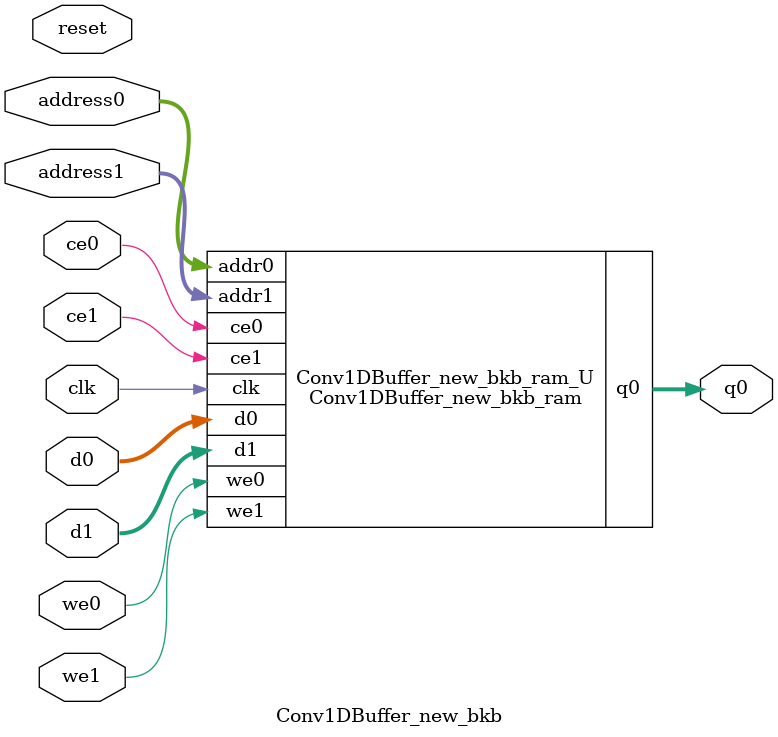
<source format=v>

`timescale 1 ns / 1 ps
module Conv1DBuffer_new_bkb_ram (addr0, ce0, d0, we0, q0, addr1, ce1, d1, we1,  clk);

parameter DWIDTH = 8;
parameter AWIDTH = 8;
parameter MEM_SIZE = 256;

input[AWIDTH-1:0] addr0;
input ce0;
input[DWIDTH-1:0] d0;
input we0;
output reg[DWIDTH-1:0] q0;
input[AWIDTH-1:0] addr1;
input ce1;
input[DWIDTH-1:0] d1;
input we1;
input clk;

(* ram_style = "block" *)reg [DWIDTH-1:0] ram[0:MEM_SIZE-1];




always @(posedge clk)  
begin 
    if (ce0) 
    begin
        if (we0) 
        begin 
            ram[addr0] <= d0; 
            q0 <= d0;
        end 
        else 
            q0 <= ram[addr0];
    end
end


always @(posedge clk)  
begin 
    if (ce1) 
    begin
        if (we1) 
        begin 
            ram[addr1] <= d1; 
        end 
    end
end


endmodule


`timescale 1 ns / 1 ps
module Conv1DBuffer_new_bkb(
    reset,
    clk,
    address0,
    ce0,
    we0,
    d0,
    q0,
    address1,
    ce1,
    we1,
    d1);

parameter DataWidth = 32'd8;
parameter AddressRange = 32'd256;
parameter AddressWidth = 32'd8;
input reset;
input clk;
input[AddressWidth - 1:0] address0;
input ce0;
input we0;
input[DataWidth - 1:0] d0;
output[DataWidth - 1:0] q0;
input[AddressWidth - 1:0] address1;
input ce1;
input we1;
input[DataWidth - 1:0] d1;



Conv1DBuffer_new_bkb_ram Conv1DBuffer_new_bkb_ram_U(
    .clk( clk ),
    .addr0( address0 ),
    .ce0( ce0 ),
    .we0( we0 ),
    .d0( d0 ),
    .q0( q0 ),
    .addr1( address1 ),
    .ce1( ce1 ),
    .we1( we1 ),
    .d1( d1 ));

endmodule


</source>
